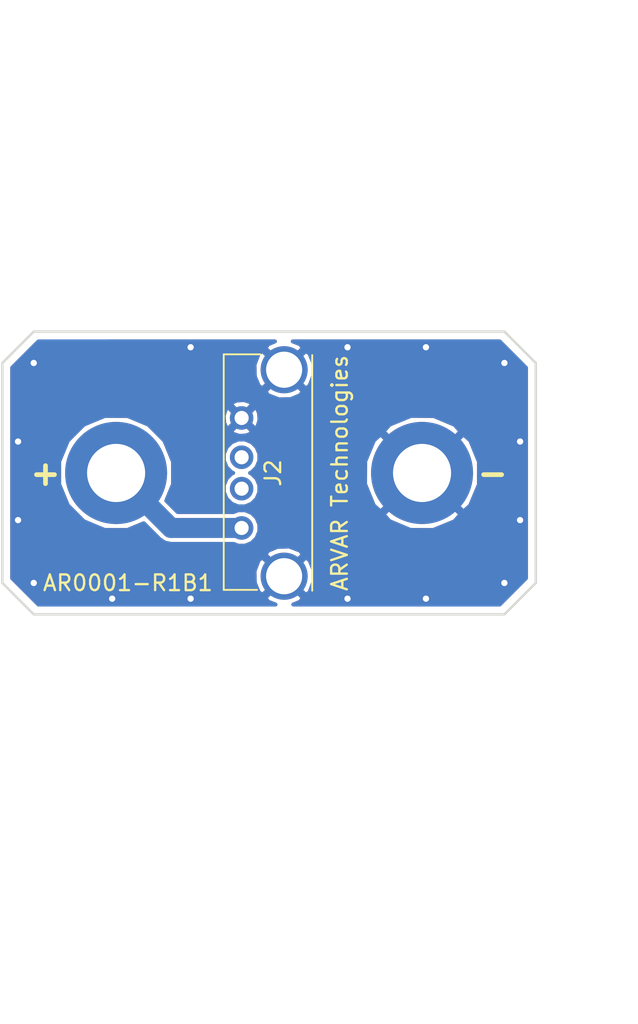
<source format=kicad_pcb>
(kicad_pcb (version 4) (host pcbnew 4.0.7)

  (general
    (links 4)
    (no_connects 0)
    (area 132.728571 69.899999 177.35 135.100001)
    (thickness 1.6)
    (drawings 27)
    (tracks 49)
    (zones 0)
    (modules 3)
    (nets 3)
  )

  (page A4)
  (layers
    (0 F.Cu signal)
    (31 B.Cu signal)
    (32 B.Adhes user)
    (33 F.Adhes user)
    (34 B.Paste user)
    (35 F.Paste user)
    (36 B.SilkS user)
    (37 F.SilkS user)
    (38 B.Mask user)
    (39 F.Mask user)
    (40 Dwgs.User user)
    (41 Cmts.User user)
    (42 Eco1.User user)
    (43 Eco2.User user)
    (44 Edge.Cuts user)
    (45 Margin user)
    (46 B.CrtYd user)
    (47 F.CrtYd user)
    (48 B.Fab user hide)
    (49 F.Fab user hide)
  )

  (setup
    (last_trace_width 0.25)
    (user_trace_width 1.27)
    (trace_clearance 0.2)
    (zone_clearance 0.254)
    (zone_45_only no)
    (trace_min 0.2)
    (segment_width 0.2)
    (edge_width 0.15)
    (via_size 0.6)
    (via_drill 0.4)
    (via_min_size 0.4)
    (via_min_drill 0.3)
    (uvia_size 0.3)
    (uvia_drill 0.1)
    (uvias_allowed no)
    (uvia_min_size 0.2)
    (uvia_min_drill 0.1)
    (pcb_text_width 0.3)
    (pcb_text_size 1.5 1.5)
    (mod_edge_width 0.15)
    (mod_text_size 1 1)
    (mod_text_width 0.15)
    (pad_size 1.524 1.524)
    (pad_drill 0.762)
    (pad_to_mask_clearance 0.2)
    (aux_axis_origin 0 0)
    (visible_elements 7FFFFFFF)
    (pcbplotparams
      (layerselection 0x010f0_80000001)
      (usegerberextensions false)
      (excludeedgelayer true)
      (linewidth 0.100000)
      (plotframeref false)
      (viasonmask false)
      (mode 1)
      (useauxorigin false)
      (hpglpennumber 1)
      (hpglpenspeed 20)
      (hpglpendiameter 15)
      (hpglpenoverlay 2)
      (psnegative false)
      (psa4output false)
      (plotreference true)
      (plotvalue false)
      (plotinvisibletext false)
      (padsonsilk false)
      (subtractmaskfromsilk false)
      (outputformat 1)
      (mirror false)
      (drillshape 0)
      (scaleselection 1)
      (outputdirectory Gerbers/))
  )

  (net 0 "")
  (net 1 +5V)
  (net 2 GND)

  (net_class Default "This is the default net class."
    (clearance 0.2)
    (trace_width 0.25)
    (via_dia 0.6)
    (via_drill 0.4)
    (uvia_dia 0.3)
    (uvia_drill 0.1)
    (add_net +5V)
    (add_net GND)
  )

  (module Connectors:Banana_Jack_1Pin (layer F.Cu) (tedit 59A01830) (tstamp 59A00DCD)
    (at 159.75 100)
    (descr "Single banana socket, footprint - 6mm drill")
    (tags "banana socket")
    (path /59A00B8F)
    (fp_text reference J3 (at 0 -4) (layer F.SilkS) hide
      (effects (font (size 1 1) (thickness 0.15)))
    )
    (fp_text value CONN_01X01_MALE (at -0.25 6.5) (layer F.Fab) hide
      (effects (font (size 1 1) (thickness 0.15)))
    )
    (fp_text user %R (at 0 0) (layer F.Fab)
      (effects (font (size 0.8 0.8) (thickness 0.12)))
    )
    (fp_circle (center 0 0) (end 2 0) (layer F.Fab) (width 0.1))
    (pad 1 thru_hole circle (at 0 0) (size 6.5 6.5) (drill 3.7) (layers *.Cu *.Mask)
      (net 2 GND))
    (model ${KISYS3DMOD}/Connectors.3dshapes/Banana_Jack_1Pin.wrl
      (at (xyz 0 0 0))
      (scale (xyz 2 2 2))
      (rotate (xyz 0 0 0))
    )
  )

  (module Connectors:Banana_Jack_1Pin (layer F.Cu) (tedit 59A01833) (tstamp 59A00DBE)
    (at 140.25 100)
    (descr "Single banana socket, footprint - 6mm drill")
    (tags "banana socket")
    (path /59A00BE4)
    (fp_text reference J1 (at 0 -4) (layer F.SilkS) hide
      (effects (font (size 1 1) (thickness 0.15)))
    )
    (fp_text value CONN_01X01_MALE (at -0.25 6.5) (layer F.Fab) hide
      (effects (font (size 1 1) (thickness 0.15)))
    )
    (fp_text user %R (at 0 0) (layer F.Fab)
      (effects (font (size 0.8 0.8) (thickness 0.12)))
    )
    (fp_circle (center 0 0) (end 2 0) (layer F.Fab) (width 0.1))
    (pad 1 thru_hole circle (at 0 0) (size 6.5 6.5) (drill 3.7) (layers *.Cu *.Mask)
      (net 1 +5V))
    (model ${KISYS3DMOD}/Connectors.3dshapes/Banana_Jack_1Pin.wrl
      (at (xyz 0 0 0))
      (scale (xyz 2 2 2))
      (rotate (xyz 0 0 0))
    )
  )

  (module Connectors:USB_A (layer F.Cu) (tedit 59A01836) (tstamp 59A00DC8)
    (at 148.25 103.5 90)
    (descr "USB A connector")
    (tags "USB USB_A")
    (path /59A009F4)
    (fp_text reference J2 (at 3.5 2 90) (layer F.SilkS)
      (effects (font (size 1 1) (thickness 0.15)))
    )
    (fp_text value USB_A (at 3.84 7.44 90) (layer F.Fab) hide
      (effects (font (size 1 1) (thickness 0.15)))
    )
    (fp_line (start 11.05 -1.14) (end 11.05 1.19) (layer F.SilkS) (width 0.12))
    (fp_line (start -3.94 -1.14) (end -3.94 0.98) (layer F.SilkS) (width 0.12))
    (fp_line (start 11.05 -1.14) (end -3.94 -1.14) (layer F.SilkS) (width 0.12))
    (fp_line (start 11 4.5) (end -3.99 4.5) (layer F.SilkS) (width 0.12))
    (pad 4 thru_hole circle (at 7 0) (size 1.5 1.5) (drill 0.9) (layers *.Cu *.Mask)
      (net 2 GND))
    (pad 3 thru_hole circle (at 4.5 0) (size 1.5 1.5) (drill 0.9) (layers *.Cu *.Mask))
    (pad 2 thru_hole circle (at 2.5 0) (size 1.5 1.5) (drill 0.9) (layers *.Cu *.Mask))
    (pad 1 thru_hole circle (at 0 0) (size 1.5 1.5) (drill 0.9) (layers *.Cu *.Mask)
      (net 1 +5V))
    (pad 5 thru_hole circle (at 10.07 2.71) (size 3 3) (drill 2.3) (layers *.Cu *.Mask)
      (net 2 GND))
    (pad 5 thru_hole circle (at -3.07 2.71) (size 3 3) (drill 2.3) (layers *.Cu *.Mask)
      (net 2 GND))
    (model ${KISYS3DMOD}/Connectors.3dshapes/USB_A.wrl
      (at (xyz 0.14 0 0))
      (scale (xyz 1 1 1))
      (rotate (xyz 0 0 90))
    )
  )

  (dimension 34 (width 0.3) (layer Dwgs.User)
    (gr_text "34.000 mm" (at 150 112.35) (layer Dwgs.User)
      (effects (font (size 1.5 1.5) (thickness 0.3)))
    )
    (feature1 (pts (xy 133 109.5) (xy 133 113.7)))
    (feature2 (pts (xy 167 109.5) (xy 167 113.7)))
    (crossbar (pts (xy 167 111) (xy 133 111)))
    (arrow1a (pts (xy 133 111) (xy 134.126504 110.413579)))
    (arrow1b (pts (xy 133 111) (xy 134.126504 111.586421)))
    (arrow2a (pts (xy 167 111) (xy 165.873496 110.413579)))
    (arrow2b (pts (xy 167 111) (xy 165.873496 111.586421)))
  )
  (dimension 18 (width 0.3) (layer Dwgs.User)
    (gr_text "18.000 mm" (at 170.85 100 90) (layer Dwgs.User)
      (effects (font (size 1.5 1.5) (thickness 0.3)))
    )
    (feature1 (pts (xy 168 91) (xy 172.2 91)))
    (feature2 (pts (xy 168 109) (xy 172.2 109)))
    (crossbar (pts (xy 169.5 109) (xy 169.5 91)))
    (arrow1a (pts (xy 169.5 91) (xy 170.086421 92.126504)))
    (arrow1b (pts (xy 169.5 91) (xy 168.913579 92.126504)))
    (arrow2a (pts (xy 169.5 109) (xy 170.086421 107.873496)))
    (arrow2b (pts (xy 169.5 109) (xy 168.913579 107.873496)))
  )
  (gr_text AR0001-R1B1 (at 141 107) (layer F.SilkS)
    (effects (font (size 1 1) (thickness 0.15)))
  )
  (gr_text "ARVAR Technologies" (at 154.5 100 90) (layer F.SilkS)
    (effects (font (size 1 1) (thickness 0.15)))
  )
  (gr_text 1751 (at 137.5 92.25) (layer F.Cu)
    (effects (font (size 1 1) (thickness 0.15)))
  )
  (gr_text - (at 164.25 100) (layer F.SilkS)
    (effects (font (size 1.5 1.5) (thickness 0.3)))
  )
  (gr_text + (at 135.75 100) (layer F.SilkS)
    (effects (font (size 1.5 1.5) (thickness 0.3)))
  )
  (gr_text - (at 159.75 104.25) (layer F.Mask)
    (effects (font (size 1.5 1.5) (thickness 0.3)))
  )
  (gr_text + (at 140.25 104.25) (layer F.Mask)
    (effects (font (size 1.5 1.5) (thickness 0.3)))
  )
  (gr_text - (at 159.75 95.5) (layer F.Mask)
    (effects (font (size 1.5 1.5) (thickness 0.3)))
  )
  (gr_text + (at 140.25 95.5) (layer F.Mask)
    (effects (font (size 1.5 1.5) (thickness 0.3)))
  )
  (gr_line (start 165 91) (end 150 91) (layer Edge.Cuts) (width 0.15))
  (gr_line (start 167 93) (end 165 91) (layer Edge.Cuts) (width 0.15))
  (gr_line (start 167 107) (end 167 93) (layer Edge.Cuts) (width 0.15))
  (gr_line (start 165 109) (end 167 107) (layer Edge.Cuts) (width 0.15))
  (gr_line (start 150 109) (end 165 109) (layer Edge.Cuts) (width 0.15))
  (gr_line (start 135 109) (end 150 109) (layer Edge.Cuts) (width 0.15))
  (gr_line (start 133 107) (end 135 109) (layer Edge.Cuts) (width 0.15))
  (gr_line (start 133 100) (end 133 107) (layer Edge.Cuts) (width 0.15))
  (gr_line (start 133 93) (end 133 100) (layer Edge.Cuts) (width 0.15))
  (gr_line (start 135 91) (end 133 93) (layer Edge.Cuts) (width 0.15))
  (gr_line (start 150 91) (end 135 91) (layer Edge.Cuts) (width 0.15))
  (gr_line (start 159.5 100) (end 159.75 100) (layer Dwgs.User) (width 0.2))
  (gr_line (start 140.25 100) (end 140.5 100) (layer Dwgs.User) (width 0.2))
  (dimension 9.5 (width 0.3) (layer Dwgs.User)
    (gr_text "9.500 mm" (at 145.25 102.35) (layer Dwgs.User)
      (effects (font (size 1.5 1.5) (thickness 0.3)))
    )
    (feature1 (pts (xy 140.5 100) (xy 140.5 103.7)))
    (feature2 (pts (xy 150 100) (xy 150 103.7)))
    (crossbar (pts (xy 150 101) (xy 140.5 101)))
    (arrow1a (pts (xy 140.5 101) (xy 141.626504 100.413579)))
    (arrow1b (pts (xy 140.5 101) (xy 141.626504 101.586421)))
    (arrow2a (pts (xy 150 101) (xy 148.873496 100.413579)))
    (arrow2b (pts (xy 150 101) (xy 148.873496 101.586421)))
  )
  (dimension 9.5 (width 0.3) (layer Dwgs.User)
    (gr_text "9.500 mm" (at 154.75 102.35) (layer Dwgs.User)
      (effects (font (size 1.5 1.5) (thickness 0.3)))
    )
    (feature1 (pts (xy 159.5 100) (xy 159.5 103.7)))
    (feature2 (pts (xy 150 100) (xy 150 103.7)))
    (crossbar (pts (xy 150 101) (xy 159.5 101)))
    (arrow1a (pts (xy 159.5 101) (xy 158.373496 101.586421)))
    (arrow1b (pts (xy 159.5 101) (xy 158.373496 100.413579)))
    (arrow2a (pts (xy 150 101) (xy 151.126504 101.586421)))
    (arrow2b (pts (xy 150 101) (xy 151.126504 100.413579)))
  )
  (gr_line (start 150 70) (end 150 135) (layer Dwgs.User) (width 0.2))

  (segment (start 148.25 103.5) (end 143.75 103.5) (width 1.27) (layer B.Cu) (net 1))
  (segment (start 143.75 103.5) (end 140.25 100) (width 1.27) (layer B.Cu) (net 1) (tstamp 59A01860))
  (segment (start 148.25 103.5) (end 143.75 103.5) (width 1.27) (layer F.Cu) (net 1))
  (segment (start 143.75 103.5) (end 140.25 100) (width 1.27) (layer F.Cu) (net 1) (tstamp 59A01858))
  (segment (start 135 107) (end 136 108) (width 0.25) (layer B.Cu) (net 2))
  (segment (start 136 108) (end 140 108) (width 0.25) (layer B.Cu) (net 2) (tstamp 59A02049))
  (via (at 140 108) (size 0.6) (drill 0.4) (layers F.Cu B.Cu) (net 2))
  (segment (start 140 108) (end 145 108) (width 0.25) (layer F.Cu) (net 2) (tstamp 59A0204F))
  (via (at 145 108) (size 0.6) (drill 0.4) (layers F.Cu B.Cu) (net 2))
  (segment (start 135 93) (end 134 94) (width 0.25) (layer F.Cu) (net 2))
  (segment (start 134 94) (end 134 98) (width 0.25) (layer F.Cu) (net 2) (tstamp 59A0202F))
  (via (at 134 98) (size 0.6) (drill 0.4) (layers F.Cu B.Cu) (net 2))
  (segment (start 134 98) (end 134 103) (width 0.25) (layer B.Cu) (net 2) (tstamp 59A02034))
  (via (at 134 103) (size 0.6) (drill 0.4) (layers F.Cu B.Cu) (net 2))
  (segment (start 134 103) (end 134 106) (width 0.25) (layer F.Cu) (net 2) (tstamp 59A02038))
  (segment (start 134 106) (end 135 107) (width 0.25) (layer F.Cu) (net 2) (tstamp 59A02039))
  (via (at 135 107) (size 0.6) (drill 0.4) (layers F.Cu B.Cu) (net 2))
  (segment (start 148.25 96.5) (end 145.5 93.75) (width 0.25) (layer F.Cu) (net 2))
  (segment (start 145.5 93.75) (end 145.5 92.5) (width 0.25) (layer F.Cu) (net 2) (tstamp 59A0200C))
  (segment (start 145.5 92.5) (end 145 92) (width 0.25) (layer F.Cu) (net 2) (tstamp 59A02015))
  (via (at 145 92) (size 0.6) (drill 0.4) (layers F.Cu B.Cu) (net 2))
  (segment (start 145 92) (end 143 94) (width 0.25) (layer B.Cu) (net 2) (tstamp 59A0201D))
  (segment (start 143 94) (end 136 94) (width 0.25) (layer B.Cu) (net 2) (tstamp 59A0201E))
  (segment (start 136 94) (end 135 93) (width 0.25) (layer B.Cu) (net 2) (tstamp 59A02025))
  (via (at 135 93) (size 0.6) (drill 0.4) (layers F.Cu B.Cu) (net 2))
  (segment (start 156 93) (end 155 92) (width 0.25) (layer F.Cu) (net 2))
  (via (at 155 92) (size 0.6) (drill 0.4) (layers F.Cu B.Cu) (net 2))
  (segment (start 155 92) (end 160 92) (width 0.25) (layer B.Cu) (net 2) (tstamp 59A01FD5))
  (via (at 160 92) (size 0.6) (drill 0.4) (layers F.Cu B.Cu) (net 2))
  (segment (start 160 92) (end 164 92) (width 0.25) (layer F.Cu) (net 2) (tstamp 59A01FD8))
  (segment (start 164 92) (end 165 93) (width 0.25) (layer F.Cu) (net 2) (tstamp 59A01FD9))
  (via (at 165 93) (size 0.6) (drill 0.4) (layers F.Cu B.Cu) (net 2))
  (segment (start 165 93) (end 166 94) (width 0.25) (layer B.Cu) (net 2) (tstamp 59A01FDF))
  (segment (start 166 94) (end 166 98) (width 0.25) (layer B.Cu) (net 2) (tstamp 59A01FE0))
  (via (at 166 98) (size 0.6) (drill 0.4) (layers F.Cu B.Cu) (net 2))
  (segment (start 166 98) (end 166 103) (width 0.25) (layer F.Cu) (net 2) (tstamp 59A01FE5))
  (via (at 166 103) (size 0.6) (drill 0.4) (layers F.Cu B.Cu) (net 2))
  (segment (start 166 103) (end 166 106) (width 0.25) (layer B.Cu) (net 2) (tstamp 59A01FEB))
  (segment (start 166 106) (end 165 107) (width 0.25) (layer B.Cu) (net 2) (tstamp 59A01FEC))
  (via (at 165 107) (size 0.6) (drill 0.4) (layers F.Cu B.Cu) (net 2))
  (segment (start 165 107) (end 164 108) (width 0.25) (layer F.Cu) (net 2) (tstamp 59A01FF1))
  (segment (start 164 108) (end 160 108) (width 0.25) (layer F.Cu) (net 2) (tstamp 59A01FF2))
  (via (at 160 108) (size 0.6) (drill 0.4) (layers F.Cu B.Cu) (net 2))
  (segment (start 160 108) (end 155 108) (width 0.25) (layer B.Cu) (net 2) (tstamp 59A01FF6))
  (via (at 155 108) (size 0.6) (drill 0.4) (layers F.Cu B.Cu) (net 2))
  (segment (start 159.75 100) (end 162.75 97) (width 0.25) (layer F.Cu) (net 2))
  (segment (start 162.75 97) (end 162.75 93.75) (width 0.25) (layer F.Cu) (net 2) (tstamp 59A01FAC))
  (segment (start 162.75 93.75) (end 162 93) (width 0.25) (layer F.Cu) (net 2) (tstamp 59A01FB4))
  (segment (start 162 93) (end 156 93) (width 0.25) (layer F.Cu) (net 2) (tstamp 59A01FC0))

  (zone (net 2) (net_name GND) (layer F.Cu) (tstamp 0) (hatch edge 0.508)
    (priority 1)
    (connect_pads (clearance 0.254))
    (min_thickness 0.254)
    (fill yes (arc_segments 16) (thermal_gap 0.254) (thermal_bridge_width 0.508))
    (polygon
      (pts
        (xy 135.25 91.5) (xy 133.5 93.25) (xy 133.5 106.75) (xy 135.25 108.5) (xy 164.75 108.5)
        (xy 166.5 106.75) (xy 166.5 93.25) (xy 164.75 91.5)
      )
    )
    (filled_polygon
      (pts
        (xy 149.937935 91.807183) (xy 149.764162 92.054556) (xy 150.96 93.250395) (xy 152.155838 92.054556) (xy 151.982065 91.807183)
        (xy 151.511522 91.627) (xy 164.697394 91.627) (xy 166.373 93.302606) (xy 166.373 106.697394) (xy 164.697394 108.373)
        (xy 151.547065 108.373) (xy 151.982065 108.192817) (xy 152.155838 107.945444) (xy 150.96 106.749605) (xy 149.764162 107.945444)
        (xy 149.937935 108.192817) (xy 150.408478 108.373) (xy 135.302606 108.373) (xy 133.627 106.697394) (xy 133.627 106.24676)
        (xy 149.069585 106.24676) (xy 149.089786 106.994796) (xy 149.337183 107.592065) (xy 149.584556 107.765838) (xy 150.780395 106.57)
        (xy 151.139605 106.57) (xy 152.335444 107.765838) (xy 152.582817 107.592065) (xy 152.850415 106.89324) (xy 152.830214 106.145204)
        (xy 152.582817 105.547935) (xy 152.335444 105.374162) (xy 151.139605 106.57) (xy 150.780395 106.57) (xy 149.584556 105.374162)
        (xy 149.337183 105.547935) (xy 149.069585 106.24676) (xy 133.627 106.24676) (xy 133.627 105.194556) (xy 149.764162 105.194556)
        (xy 150.96 106.390395) (xy 152.155838 105.194556) (xy 151.982065 104.947183) (xy 151.28324 104.679585) (xy 150.535204 104.699786)
        (xy 149.937935 104.947183) (xy 149.764162 105.194556) (xy 133.627 105.194556) (xy 133.627 100.719082) (xy 136.618372 100.719082)
        (xy 137.169994 102.054109) (xy 138.190519 103.076417) (xy 139.524581 103.630368) (xy 140.969082 103.631628) (xy 142.013318 103.200158)
        (xy 143.031579 104.21842) (xy 143.251821 104.365581) (xy 143.361194 104.438662) (xy 143.75 104.516) (xy 147.747565 104.516)
        (xy 148.024043 104.630804) (xy 148.473983 104.631196) (xy 148.889823 104.459375) (xy 149.208256 104.141497) (xy 149.380804 103.725957)
        (xy 149.381196 103.276017) (xy 149.209375 102.860177) (xy 148.988259 102.638674) (xy 157.290932 102.638674) (xy 157.677966 103.067976)
        (xy 159.009753 103.627374) (xy 160.454237 103.634537) (xy 161.791507 103.088374) (xy 161.822034 103.067976) (xy 162.209068 102.638674)
        (xy 159.75 100.179605) (xy 157.290932 102.638674) (xy 148.988259 102.638674) (xy 148.891497 102.541744) (xy 148.475957 102.369196)
        (xy 148.026017 102.368804) (xy 147.74722 102.484) (xy 144.170841 102.484) (xy 143.449619 101.762778) (xy 143.880368 100.725419)
        (xy 143.881628 99.280918) (xy 143.858103 99.223983) (xy 147.118804 99.223983) (xy 147.290625 99.639823) (xy 147.608503 99.958256)
        (xy 147.708766 99.999889) (xy 147.610177 100.040625) (xy 147.291744 100.358503) (xy 147.119196 100.774043) (xy 147.118804 101.223983)
        (xy 147.290625 101.639823) (xy 147.608503 101.958256) (xy 148.024043 102.130804) (xy 148.473983 102.131196) (xy 148.889823 101.959375)
        (xy 149.208256 101.641497) (xy 149.380804 101.225957) (xy 149.381196 100.776017) (xy 149.351538 100.704237) (xy 156.115463 100.704237)
        (xy 156.661626 102.041507) (xy 156.682024 102.072034) (xy 157.111326 102.459068) (xy 159.570395 100) (xy 159.929605 100)
        (xy 162.388674 102.459068) (xy 162.817976 102.072034) (xy 163.377374 100.740247) (xy 163.384537 99.295763) (xy 162.838374 97.958493)
        (xy 162.817976 97.927966) (xy 162.388674 97.540932) (xy 159.929605 100) (xy 159.570395 100) (xy 157.111326 97.540932)
        (xy 156.682024 97.927966) (xy 156.122626 99.259753) (xy 156.115463 100.704237) (xy 149.351538 100.704237) (xy 149.209375 100.360177)
        (xy 148.891497 100.041744) (xy 148.791234 100.000111) (xy 148.889823 99.959375) (xy 149.208256 99.641497) (xy 149.380804 99.225957)
        (xy 149.381196 98.776017) (xy 149.209375 98.360177) (xy 148.891497 98.041744) (xy 148.475957 97.869196) (xy 148.026017 97.868804)
        (xy 147.610177 98.040625) (xy 147.291744 98.358503) (xy 147.119196 98.774043) (xy 147.118804 99.223983) (xy 143.858103 99.223983)
        (xy 143.330006 97.945891) (xy 142.717631 97.332446) (xy 147.597159 97.332446) (xy 147.679059 97.501898) (xy 148.10593 97.644123)
        (xy 148.554733 97.612164) (xy 148.820941 97.501898) (xy 148.888882 97.361326) (xy 157.290932 97.361326) (xy 159.75 99.820395)
        (xy 162.209068 97.361326) (xy 161.822034 96.932024) (xy 160.490247 96.372626) (xy 159.045763 96.365463) (xy 157.708493 96.911626)
        (xy 157.677966 96.932024) (xy 157.290932 97.361326) (xy 148.888882 97.361326) (xy 148.902841 97.332446) (xy 148.25 96.679605)
        (xy 147.597159 97.332446) (xy 142.717631 97.332446) (xy 142.309481 96.923583) (xy 140.975419 96.369632) (xy 139.530918 96.368372)
        (xy 138.195891 96.919994) (xy 137.173583 97.940519) (xy 136.619632 99.274581) (xy 136.618372 100.719082) (xy 133.627 100.719082)
        (xy 133.627 96.35593) (xy 147.105877 96.35593) (xy 147.137836 96.804733) (xy 147.248102 97.070941) (xy 147.417554 97.152841)
        (xy 148.070395 96.5) (xy 148.429605 96.5) (xy 149.082446 97.152841) (xy 149.251898 97.070941) (xy 149.394123 96.64407)
        (xy 149.362164 96.195267) (xy 149.251898 95.929059) (xy 149.082446 95.847159) (xy 148.429605 96.5) (xy 148.070395 96.5)
        (xy 147.417554 95.847159) (xy 147.248102 95.929059) (xy 147.105877 96.35593) (xy 133.627 96.35593) (xy 133.627 95.667554)
        (xy 147.597159 95.667554) (xy 148.25 96.320395) (xy 148.902841 95.667554) (xy 148.820941 95.498102) (xy 148.39407 95.355877)
        (xy 147.945267 95.387836) (xy 147.679059 95.498102) (xy 147.597159 95.667554) (xy 133.627 95.667554) (xy 133.627 94.805444)
        (xy 149.764162 94.805444) (xy 149.937935 95.052817) (xy 150.63676 95.320415) (xy 151.384796 95.300214) (xy 151.982065 95.052817)
        (xy 152.155838 94.805444) (xy 150.96 93.609605) (xy 149.764162 94.805444) (xy 133.627 94.805444) (xy 133.627 93.302606)
        (xy 135.214238 91.715368) (xy 135.214238 93.506) (xy 139.785762 93.506) (xy 139.785762 93.10676) (xy 149.069585 93.10676)
        (xy 149.089786 93.854796) (xy 149.337183 94.452065) (xy 149.584556 94.625838) (xy 150.780395 93.43) (xy 151.139605 93.43)
        (xy 152.335444 94.625838) (xy 152.582817 94.452065) (xy 152.850415 93.75324) (xy 152.830214 93.005204) (xy 152.582817 92.407935)
        (xy 152.335444 92.234162) (xy 151.139605 93.43) (xy 150.780395 93.43) (xy 149.584556 92.234162) (xy 149.337183 92.407935)
        (xy 149.069585 93.10676) (xy 139.785762 93.10676) (xy 139.785762 91.627) (xy 150.372935 91.627)
      )
    )
  )
  (zone (net 2) (net_name GND) (layer B.Cu) (tstamp 0) (hatch edge 0.508)
    (priority 1)
    (connect_pads (clearance 0.254))
    (min_thickness 0.254)
    (fill yes (arc_segments 16) (thermal_gap 0.254) (thermal_bridge_width 0.508))
    (polygon
      (pts
        (xy 135.25 91.5) (xy 133.5 93.25) (xy 133.5 106.75) (xy 135.25 108.5) (xy 164.75 108.5)
        (xy 166.5 106.75) (xy 166.5 93.25) (xy 164.75 91.5)
      )
    )
    (filled_polygon
      (pts
        (xy 149.937935 91.807183) (xy 149.764162 92.054556) (xy 150.96 93.250395) (xy 152.155838 92.054556) (xy 151.982065 91.807183)
        (xy 151.511522 91.627) (xy 164.697394 91.627) (xy 166.373 93.302606) (xy 166.373 106.697394) (xy 164.697394 108.373)
        (xy 151.547065 108.373) (xy 151.982065 108.192817) (xy 152.155838 107.945444) (xy 150.96 106.749605) (xy 149.764162 107.945444)
        (xy 149.937935 108.192817) (xy 150.408478 108.373) (xy 135.302606 108.373) (xy 133.627 106.697394) (xy 133.627 106.24676)
        (xy 149.069585 106.24676) (xy 149.089786 106.994796) (xy 149.337183 107.592065) (xy 149.584556 107.765838) (xy 150.780395 106.57)
        (xy 151.139605 106.57) (xy 152.335444 107.765838) (xy 152.582817 107.592065) (xy 152.850415 106.89324) (xy 152.830214 106.145204)
        (xy 152.582817 105.547935) (xy 152.335444 105.374162) (xy 151.139605 106.57) (xy 150.780395 106.57) (xy 149.584556 105.374162)
        (xy 149.337183 105.547935) (xy 149.069585 106.24676) (xy 133.627 106.24676) (xy 133.627 105.194556) (xy 149.764162 105.194556)
        (xy 150.96 106.390395) (xy 152.155838 105.194556) (xy 151.982065 104.947183) (xy 151.28324 104.679585) (xy 150.535204 104.699786)
        (xy 149.937935 104.947183) (xy 149.764162 105.194556) (xy 133.627 105.194556) (xy 133.627 100.719082) (xy 136.618372 100.719082)
        (xy 137.169994 102.054109) (xy 138.190519 103.076417) (xy 139.524581 103.630368) (xy 140.969082 103.631628) (xy 142.013318 103.200158)
        (xy 143.031579 104.21842) (xy 143.251821 104.365581) (xy 143.361194 104.438662) (xy 143.75 104.516) (xy 147.747565 104.516)
        (xy 148.024043 104.630804) (xy 148.473983 104.631196) (xy 148.889823 104.459375) (xy 149.208256 104.141497) (xy 149.380804 103.725957)
        (xy 149.381196 103.276017) (xy 149.209375 102.860177) (xy 148.988259 102.638674) (xy 157.290932 102.638674) (xy 157.677966 103.067976)
        (xy 159.009753 103.627374) (xy 160.454237 103.634537) (xy 161.791507 103.088374) (xy 161.822034 103.067976) (xy 162.209068 102.638674)
        (xy 159.75 100.179605) (xy 157.290932 102.638674) (xy 148.988259 102.638674) (xy 148.891497 102.541744) (xy 148.475957 102.369196)
        (xy 148.026017 102.368804) (xy 147.74722 102.484) (xy 144.170841 102.484) (xy 143.449619 101.762778) (xy 143.880368 100.725419)
        (xy 143.881628 99.280918) (xy 143.858103 99.223983) (xy 147.118804 99.223983) (xy 147.290625 99.639823) (xy 147.608503 99.958256)
        (xy 147.708766 99.999889) (xy 147.610177 100.040625) (xy 147.291744 100.358503) (xy 147.119196 100.774043) (xy 147.118804 101.223983)
        (xy 147.290625 101.639823) (xy 147.608503 101.958256) (xy 148.024043 102.130804) (xy 148.473983 102.131196) (xy 148.889823 101.959375)
        (xy 149.208256 101.641497) (xy 149.380804 101.225957) (xy 149.381196 100.776017) (xy 149.351538 100.704237) (xy 156.115463 100.704237)
        (xy 156.661626 102.041507) (xy 156.682024 102.072034) (xy 157.111326 102.459068) (xy 159.570395 100) (xy 159.929605 100)
        (xy 162.388674 102.459068) (xy 162.817976 102.072034) (xy 163.377374 100.740247) (xy 163.384537 99.295763) (xy 162.838374 97.958493)
        (xy 162.817976 97.927966) (xy 162.388674 97.540932) (xy 159.929605 100) (xy 159.570395 100) (xy 157.111326 97.540932)
        (xy 156.682024 97.927966) (xy 156.122626 99.259753) (xy 156.115463 100.704237) (xy 149.351538 100.704237) (xy 149.209375 100.360177)
        (xy 148.891497 100.041744) (xy 148.791234 100.000111) (xy 148.889823 99.959375) (xy 149.208256 99.641497) (xy 149.380804 99.225957)
        (xy 149.381196 98.776017) (xy 149.209375 98.360177) (xy 148.891497 98.041744) (xy 148.475957 97.869196) (xy 148.026017 97.868804)
        (xy 147.610177 98.040625) (xy 147.291744 98.358503) (xy 147.119196 98.774043) (xy 147.118804 99.223983) (xy 143.858103 99.223983)
        (xy 143.330006 97.945891) (xy 142.717631 97.332446) (xy 147.597159 97.332446) (xy 147.679059 97.501898) (xy 148.10593 97.644123)
        (xy 148.554733 97.612164) (xy 148.820941 97.501898) (xy 148.888882 97.361326) (xy 157.290932 97.361326) (xy 159.75 99.820395)
        (xy 162.209068 97.361326) (xy 161.822034 96.932024) (xy 160.490247 96.372626) (xy 159.045763 96.365463) (xy 157.708493 96.911626)
        (xy 157.677966 96.932024) (xy 157.290932 97.361326) (xy 148.888882 97.361326) (xy 148.902841 97.332446) (xy 148.25 96.679605)
        (xy 147.597159 97.332446) (xy 142.717631 97.332446) (xy 142.309481 96.923583) (xy 140.975419 96.369632) (xy 139.530918 96.368372)
        (xy 138.195891 96.919994) (xy 137.173583 97.940519) (xy 136.619632 99.274581) (xy 136.618372 100.719082) (xy 133.627 100.719082)
        (xy 133.627 96.35593) (xy 147.105877 96.35593) (xy 147.137836 96.804733) (xy 147.248102 97.070941) (xy 147.417554 97.152841)
        (xy 148.070395 96.5) (xy 148.429605 96.5) (xy 149.082446 97.152841) (xy 149.251898 97.070941) (xy 149.394123 96.64407)
        (xy 149.362164 96.195267) (xy 149.251898 95.929059) (xy 149.082446 95.847159) (xy 148.429605 96.5) (xy 148.070395 96.5)
        (xy 147.417554 95.847159) (xy 147.248102 95.929059) (xy 147.105877 96.35593) (xy 133.627 96.35593) (xy 133.627 95.667554)
        (xy 147.597159 95.667554) (xy 148.25 96.320395) (xy 148.902841 95.667554) (xy 148.820941 95.498102) (xy 148.39407 95.355877)
        (xy 147.945267 95.387836) (xy 147.679059 95.498102) (xy 147.597159 95.667554) (xy 133.627 95.667554) (xy 133.627 94.805444)
        (xy 149.764162 94.805444) (xy 149.937935 95.052817) (xy 150.63676 95.320415) (xy 151.384796 95.300214) (xy 151.982065 95.052817)
        (xy 152.155838 94.805444) (xy 150.96 93.609605) (xy 149.764162 94.805444) (xy 133.627 94.805444) (xy 133.627 93.302606)
        (xy 133.822846 93.10676) (xy 149.069585 93.10676) (xy 149.089786 93.854796) (xy 149.337183 94.452065) (xy 149.584556 94.625838)
        (xy 150.780395 93.43) (xy 151.139605 93.43) (xy 152.335444 94.625838) (xy 152.582817 94.452065) (xy 152.850415 93.75324)
        (xy 152.830214 93.005204) (xy 152.582817 92.407935) (xy 152.335444 92.234162) (xy 151.139605 93.43) (xy 150.780395 93.43)
        (xy 149.584556 92.234162) (xy 149.337183 92.407935) (xy 149.069585 93.10676) (xy 133.822846 93.10676) (xy 135.302606 91.627)
        (xy 150.372935 91.627)
      )
    )
  )
)

</source>
